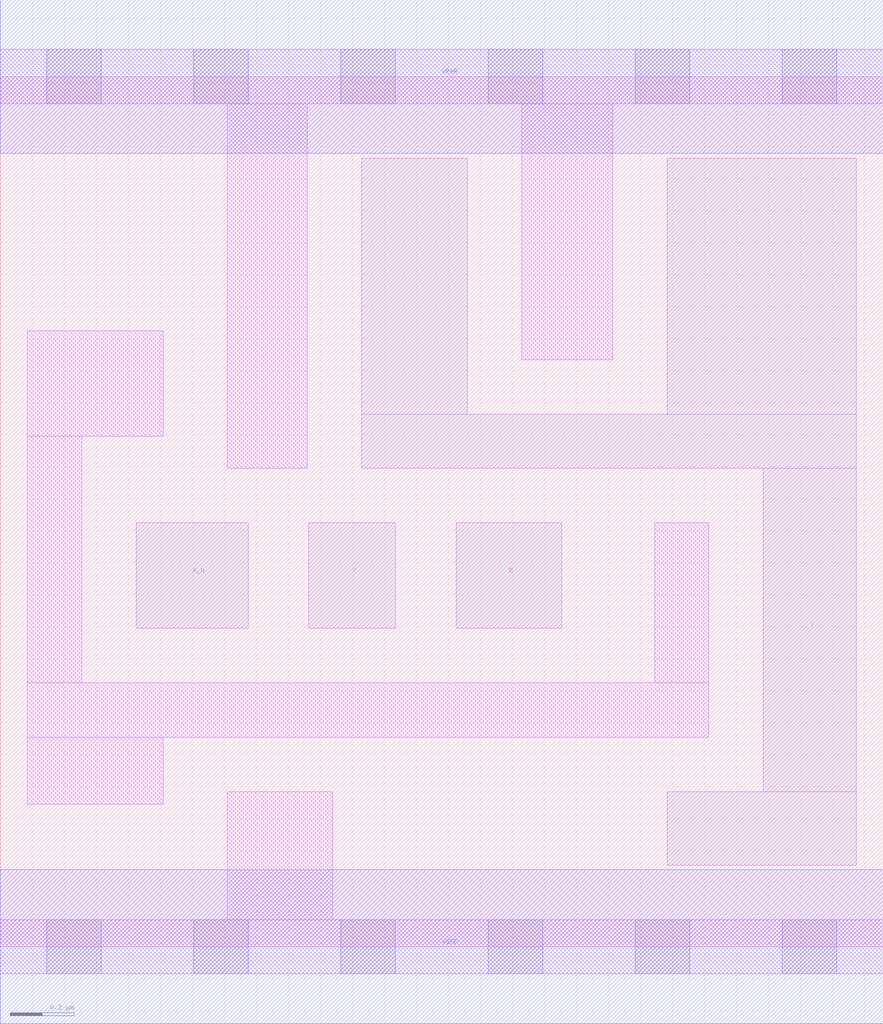
<source format=lef>
# Copyright 2020 The SkyWater PDK Authors
#
# Licensed under the Apache License, Version 2.0 (the "License");
# you may not use this file except in compliance with the License.
# You may obtain a copy of the License at
#
#     https://www.apache.org/licenses/LICENSE-2.0
#
# Unless required by applicable law or agreed to in writing, software
# distributed under the License is distributed on an "AS IS" BASIS,
# WITHOUT WARRANTIES OR CONDITIONS OF ANY KIND, either express or implied.
# See the License for the specific language governing permissions and
# limitations under the License.
#
# SPDX-License-Identifier: Apache-2.0

VERSION 5.7 ;
  NOWIREEXTENSIONATPIN ON ;
  DIVIDERCHAR "/" ;
  BUSBITCHARS "[]" ;
UNITS
  DATABASE MICRONS 200 ;
END UNITS
MACRO sky130_fd_sc_hd__nand3b_1
  CLASS CORE ;
  FOREIGN sky130_fd_sc_hd__nand3b_1 ;
  ORIGIN  0.000000  0.000000 ;
  SIZE  2.760000 BY  2.720000 ;
  SYMMETRY X Y R90 ;
  SITE unithd ;
  PIN A_N
    ANTENNAGATEAREA  0.126000 ;
    DIRECTION INPUT ;
    USE SIGNAL ;
    PORT
      LAYER li1 ;
        RECT 0.425000 0.995000 0.775000 1.325000 ;
    END
  END A_N
  PIN B
    ANTENNAGATEAREA  0.247500 ;
    DIRECTION INPUT ;
    USE SIGNAL ;
    PORT
      LAYER li1 ;
        RECT 1.425000 0.995000 1.755000 1.325000 ;
    END
  END B
  PIN C
    ANTENNAGATEAREA  0.247500 ;
    DIRECTION INPUT ;
    USE SIGNAL ;
    PORT
      LAYER li1 ;
        RECT 0.965000 0.995000 1.235000 1.325000 ;
    END
  END C
  PIN Y
    ANTENNADIFFAREA  0.732000 ;
    DIRECTION OUTPUT ;
    USE SIGNAL ;
    PORT
      LAYER li1 ;
        RECT 1.130000 1.495000 2.675000 1.665000 ;
        RECT 1.130000 1.665000 1.460000 2.465000 ;
        RECT 2.085000 0.255000 2.675000 0.485000 ;
        RECT 2.085000 1.665000 2.675000 2.465000 ;
        RECT 2.385000 0.485000 2.675000 1.495000 ;
    END
  END Y
  PIN VGND
    DIRECTION INOUT ;
    SHAPE ABUTMENT ;
    USE GROUND ;
    PORT
      LAYER met1 ;
        RECT 0.000000 -0.240000 2.760000 0.240000 ;
    END
  END VGND
  PIN VPWR
    DIRECTION INOUT ;
    SHAPE ABUTMENT ;
    USE POWER ;
    PORT
      LAYER met1 ;
        RECT 0.000000 2.480000 2.760000 2.960000 ;
    END
  END VPWR
  OBS
    LAYER li1 ;
      RECT 0.000000 -0.085000 2.760000 0.085000 ;
      RECT 0.000000  2.635000 2.760000 2.805000 ;
      RECT 0.085000  0.445000 0.510000 0.655000 ;
      RECT 0.085000  0.655000 2.215000 0.825000 ;
      RECT 0.085000  0.825000 0.255000 1.595000 ;
      RECT 0.085000  1.595000 0.510000 1.925000 ;
      RECT 0.710000  0.085000 1.040000 0.485000 ;
      RECT 0.710000  1.495000 0.960000 2.635000 ;
      RECT 1.630000  1.835000 1.915000 2.635000 ;
      RECT 2.045000  0.825000 2.215000 1.325000 ;
    LAYER mcon ;
      RECT 0.145000 -0.085000 0.315000 0.085000 ;
      RECT 0.145000  2.635000 0.315000 2.805000 ;
      RECT 0.605000 -0.085000 0.775000 0.085000 ;
      RECT 0.605000  2.635000 0.775000 2.805000 ;
      RECT 1.065000 -0.085000 1.235000 0.085000 ;
      RECT 1.065000  2.635000 1.235000 2.805000 ;
      RECT 1.525000 -0.085000 1.695000 0.085000 ;
      RECT 1.525000  2.635000 1.695000 2.805000 ;
      RECT 1.985000 -0.085000 2.155000 0.085000 ;
      RECT 1.985000  2.635000 2.155000 2.805000 ;
      RECT 2.445000 -0.085000 2.615000 0.085000 ;
      RECT 2.445000  2.635000 2.615000 2.805000 ;
  END
END sky130_fd_sc_hd__nand3b_1
END LIBRARY

</source>
